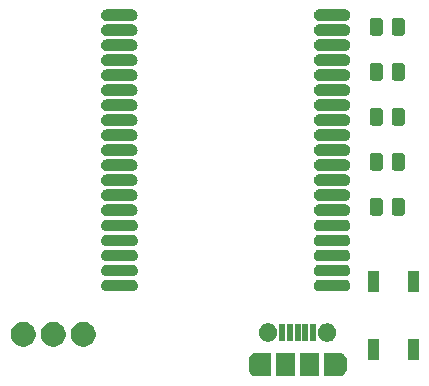
<source format=gbr>
G04 #@! TF.GenerationSoftware,KiCad,Pcbnew,(5.1.4)-1*
G04 #@! TF.CreationDate,2019-09-29T16:50:29-04:00*
G04 #@! TF.ProjectId,espDisp,65737044-6973-4702-9e6b-696361645f70,rev?*
G04 #@! TF.SameCoordinates,Original*
G04 #@! TF.FileFunction,Soldermask,Bot*
G04 #@! TF.FilePolarity,Negative*
%FSLAX46Y46*%
G04 Gerber Fmt 4.6, Leading zero omitted, Abs format (unit mm)*
G04 Created by KiCad (PCBNEW (5.1.4)-1) date 2019-09-29 16:50:29*
%MOMM*%
%LPD*%
G04 APERTURE LIST*
%ADD10C,0.100000*%
G04 APERTURE END LIST*
D10*
G36*
X75634501Y-63133957D02*
G01*
X75639451Y-63134200D01*
X76855800Y-63134200D01*
X76855800Y-65135800D01*
X75639451Y-65135800D01*
X75634501Y-65136043D01*
X75605000Y-65138948D01*
X75575499Y-65136043D01*
X75570549Y-65135800D01*
X75528152Y-65135800D01*
X75523026Y-65133060D01*
X75513553Y-65130186D01*
X75508650Y-65129459D01*
X75477422Y-65126384D01*
X75354742Y-65089169D01*
X75241688Y-65028740D01*
X75220992Y-65011755D01*
X75142589Y-64947411D01*
X75113294Y-64911715D01*
X75061262Y-64848314D01*
X75000831Y-64735257D01*
X74963616Y-64612577D01*
X74954200Y-64516967D01*
X74954200Y-63753032D01*
X74963617Y-63657417D01*
X75000830Y-63534747D01*
X75061263Y-63421685D01*
X75142590Y-63322589D01*
X75241686Y-63241262D01*
X75354743Y-63180831D01*
X75477423Y-63143616D01*
X75508650Y-63140541D01*
X75518360Y-63138610D01*
X75527506Y-63134821D01*
X75528436Y-63134200D01*
X75570549Y-63134200D01*
X75575499Y-63133957D01*
X75605000Y-63131052D01*
X75634501Y-63133957D01*
X75634501Y-63133957D01*
G37*
G36*
X82634501Y-63133957D02*
G01*
X82639451Y-63134200D01*
X82681848Y-63134200D01*
X82686974Y-63136940D01*
X82696447Y-63139814D01*
X82701350Y-63140541D01*
X82732577Y-63143616D01*
X82855257Y-63180831D01*
X82968314Y-63241262D01*
X83031715Y-63293294D01*
X83067411Y-63322589D01*
X83131755Y-63400992D01*
X83148740Y-63421688D01*
X83209169Y-63534742D01*
X83246384Y-63657422D01*
X83255800Y-63753032D01*
X83255800Y-64516968D01*
X83246384Y-64612578D01*
X83209169Y-64735258D01*
X83148738Y-64848315D01*
X83067411Y-64947411D01*
X82968315Y-65028738D01*
X82855258Y-65089169D01*
X82732578Y-65126384D01*
X82701350Y-65129459D01*
X82691640Y-65131390D01*
X82682494Y-65135179D01*
X82681564Y-65135800D01*
X82639451Y-65135800D01*
X82634501Y-65136043D01*
X82605000Y-65138948D01*
X82575499Y-65136043D01*
X82570549Y-65135800D01*
X81354200Y-65135800D01*
X81354200Y-63134200D01*
X82570549Y-63134200D01*
X82575499Y-63133957D01*
X82605000Y-63131052D01*
X82634501Y-63133957D01*
X82634501Y-63133957D01*
G37*
G36*
X80905800Y-65135800D02*
G01*
X79304200Y-65135800D01*
X79304200Y-63134200D01*
X80905800Y-63134200D01*
X80905800Y-65135800D01*
X80905800Y-65135800D01*
G37*
G36*
X78905800Y-65135800D02*
G01*
X77304200Y-65135800D01*
X77304200Y-63134200D01*
X78905800Y-63134200D01*
X78905800Y-65135800D01*
X78905800Y-65135800D01*
G37*
G36*
X85950800Y-63765800D02*
G01*
X85049200Y-63765800D01*
X85049200Y-61964200D01*
X85950800Y-61964200D01*
X85950800Y-63765800D01*
X85950800Y-63765800D01*
G37*
G36*
X89350800Y-63765800D02*
G01*
X88449200Y-63765800D01*
X88449200Y-61964200D01*
X89350800Y-61964200D01*
X89350800Y-63765800D01*
X89350800Y-63765800D01*
G37*
G36*
X61269424Y-60574966D02*
G01*
X61462477Y-60654931D01*
X61636221Y-60771023D01*
X61783977Y-60918779D01*
X61900069Y-61092523D01*
X61980034Y-61285576D01*
X62020800Y-61490520D01*
X62020800Y-61699480D01*
X61980034Y-61904424D01*
X61900069Y-62097477D01*
X61783977Y-62271221D01*
X61636221Y-62418977D01*
X61462477Y-62535069D01*
X61269424Y-62615034D01*
X61064480Y-62655800D01*
X60855520Y-62655800D01*
X60650576Y-62615034D01*
X60457523Y-62535069D01*
X60283779Y-62418977D01*
X60136023Y-62271221D01*
X60019931Y-62097477D01*
X59939966Y-61904424D01*
X59899200Y-61699480D01*
X59899200Y-61490520D01*
X59939966Y-61285576D01*
X60019931Y-61092523D01*
X60136023Y-60918779D01*
X60283779Y-60771023D01*
X60457523Y-60654931D01*
X60650576Y-60574966D01*
X60855520Y-60534200D01*
X61064480Y-60534200D01*
X61269424Y-60574966D01*
X61269424Y-60574966D01*
G37*
G36*
X58729424Y-60574966D02*
G01*
X58922477Y-60654931D01*
X59096221Y-60771023D01*
X59243977Y-60918779D01*
X59360069Y-61092523D01*
X59440034Y-61285576D01*
X59480800Y-61490520D01*
X59480800Y-61699480D01*
X59440034Y-61904424D01*
X59360069Y-62097477D01*
X59243977Y-62271221D01*
X59096221Y-62418977D01*
X58922477Y-62535069D01*
X58729424Y-62615034D01*
X58524480Y-62655800D01*
X58315520Y-62655800D01*
X58110576Y-62615034D01*
X57917523Y-62535069D01*
X57743779Y-62418977D01*
X57596023Y-62271221D01*
X57479931Y-62097477D01*
X57399966Y-61904424D01*
X57359200Y-61699480D01*
X57359200Y-61490520D01*
X57399966Y-61285576D01*
X57479931Y-61092523D01*
X57596023Y-60918779D01*
X57743779Y-60771023D01*
X57917523Y-60654931D01*
X58110576Y-60574966D01*
X58315520Y-60534200D01*
X58524480Y-60534200D01*
X58729424Y-60574966D01*
X58729424Y-60574966D01*
G37*
G36*
X56189424Y-60574966D02*
G01*
X56382477Y-60654931D01*
X56556221Y-60771023D01*
X56703977Y-60918779D01*
X56820069Y-61092523D01*
X56900034Y-61285576D01*
X56940800Y-61490520D01*
X56940800Y-61699480D01*
X56900034Y-61904424D01*
X56820069Y-62097477D01*
X56703977Y-62271221D01*
X56556221Y-62418977D01*
X56382477Y-62535069D01*
X56189424Y-62615034D01*
X55984480Y-62655800D01*
X55775520Y-62655800D01*
X55570576Y-62615034D01*
X55377523Y-62535069D01*
X55203779Y-62418977D01*
X55056023Y-62271221D01*
X54939931Y-62097477D01*
X54859966Y-61904424D01*
X54819200Y-61699480D01*
X54819200Y-61490520D01*
X54859966Y-61285576D01*
X54939931Y-61092523D01*
X55056023Y-60918779D01*
X55203779Y-60771023D01*
X55377523Y-60654931D01*
X55570576Y-60574966D01*
X55775520Y-60534200D01*
X55984480Y-60534200D01*
X56189424Y-60574966D01*
X56189424Y-60574966D01*
G37*
G36*
X76831293Y-60689013D02*
G01*
X76972479Y-60747495D01*
X77099544Y-60832397D01*
X77207603Y-60940456D01*
X77292505Y-61067521D01*
X77350987Y-61208707D01*
X77380800Y-61358590D01*
X77380800Y-61511410D01*
X77350987Y-61661293D01*
X77292505Y-61802479D01*
X77207603Y-61929544D01*
X77099544Y-62037603D01*
X76972479Y-62122505D01*
X76831293Y-62180987D01*
X76681410Y-62210800D01*
X76528590Y-62210800D01*
X76378707Y-62180987D01*
X76237521Y-62122505D01*
X76110456Y-62037603D01*
X76002397Y-61929544D01*
X75917495Y-61802479D01*
X75859013Y-61661293D01*
X75829200Y-61511410D01*
X75829200Y-61358590D01*
X75859013Y-61208707D01*
X75917495Y-61067521D01*
X76002397Y-60940456D01*
X76110456Y-60832397D01*
X76237521Y-60747495D01*
X76378707Y-60689013D01*
X76528590Y-60659200D01*
X76681410Y-60659200D01*
X76831293Y-60689013D01*
X76831293Y-60689013D01*
G37*
G36*
X81831293Y-60689013D02*
G01*
X81972479Y-60747495D01*
X82099544Y-60832397D01*
X82207603Y-60940456D01*
X82292505Y-61067521D01*
X82350987Y-61208707D01*
X82380800Y-61358590D01*
X82380800Y-61511410D01*
X82350987Y-61661293D01*
X82292505Y-61802479D01*
X82207603Y-61929544D01*
X82099544Y-62037603D01*
X81972479Y-62122505D01*
X81831293Y-62180987D01*
X81681410Y-62210800D01*
X81528590Y-62210800D01*
X81378707Y-62180987D01*
X81237521Y-62122505D01*
X81110456Y-62037603D01*
X81002397Y-61929544D01*
X80917495Y-61802479D01*
X80859013Y-61661293D01*
X80829200Y-61511410D01*
X80829200Y-61358590D01*
X80859013Y-61208707D01*
X80917495Y-61067521D01*
X81002397Y-60940456D01*
X81110456Y-60832397D01*
X81237521Y-60747495D01*
X81378707Y-60689013D01*
X81528590Y-60659200D01*
X81681410Y-60659200D01*
X81831293Y-60689013D01*
X81831293Y-60689013D01*
G37*
G36*
X80655800Y-62160800D02*
G01*
X80154200Y-62160800D01*
X80154200Y-60709200D01*
X80655800Y-60709200D01*
X80655800Y-62160800D01*
X80655800Y-62160800D01*
G37*
G36*
X80005800Y-62160800D02*
G01*
X79504200Y-62160800D01*
X79504200Y-60709200D01*
X80005800Y-60709200D01*
X80005800Y-62160800D01*
X80005800Y-62160800D01*
G37*
G36*
X79355800Y-62160800D02*
G01*
X78854200Y-62160800D01*
X78854200Y-60709200D01*
X79355800Y-60709200D01*
X79355800Y-62160800D01*
X79355800Y-62160800D01*
G37*
G36*
X78705800Y-62160800D02*
G01*
X78204200Y-62160800D01*
X78204200Y-60709200D01*
X78705800Y-60709200D01*
X78705800Y-62160800D01*
X78705800Y-62160800D01*
G37*
G36*
X78055800Y-62160800D02*
G01*
X77554200Y-62160800D01*
X77554200Y-60709200D01*
X78055800Y-60709200D01*
X78055800Y-62160800D01*
X78055800Y-62160800D01*
G37*
G36*
X89350800Y-58050800D02*
G01*
X88449200Y-58050800D01*
X88449200Y-56249200D01*
X89350800Y-56249200D01*
X89350800Y-58050800D01*
X89350800Y-58050800D01*
G37*
G36*
X85950800Y-58050800D02*
G01*
X85049200Y-58050800D01*
X85049200Y-56249200D01*
X85950800Y-56249200D01*
X85950800Y-58050800D01*
X85950800Y-58050800D01*
G37*
G36*
X83173174Y-56961446D02*
G01*
X83267575Y-56990083D01*
X83267578Y-56990084D01*
X83300321Y-57007586D01*
X83354576Y-57036585D01*
X83430832Y-57099168D01*
X83493415Y-57175424D01*
X83522414Y-57229679D01*
X83539916Y-57262422D01*
X83539917Y-57262425D01*
X83568554Y-57356826D01*
X83578223Y-57455000D01*
X83568554Y-57553174D01*
X83539917Y-57647575D01*
X83539916Y-57647578D01*
X83522414Y-57680321D01*
X83493415Y-57734576D01*
X83430832Y-57810832D01*
X83354576Y-57873415D01*
X83300321Y-57902414D01*
X83267578Y-57919916D01*
X83267575Y-57919917D01*
X83173174Y-57948554D01*
X83099602Y-57955800D01*
X80950398Y-57955800D01*
X80876826Y-57948554D01*
X80782425Y-57919917D01*
X80782422Y-57919916D01*
X80749679Y-57902414D01*
X80695424Y-57873415D01*
X80619168Y-57810832D01*
X80556585Y-57734576D01*
X80527586Y-57680321D01*
X80510084Y-57647578D01*
X80510083Y-57647575D01*
X80481446Y-57553174D01*
X80471777Y-57455000D01*
X80481446Y-57356826D01*
X80510083Y-57262425D01*
X80510084Y-57262422D01*
X80527586Y-57229679D01*
X80556585Y-57175424D01*
X80619168Y-57099168D01*
X80695424Y-57036585D01*
X80749679Y-57007586D01*
X80782422Y-56990084D01*
X80782425Y-56990083D01*
X80876826Y-56961446D01*
X80950398Y-56954200D01*
X83099602Y-56954200D01*
X83173174Y-56961446D01*
X83173174Y-56961446D01*
G37*
G36*
X65173174Y-56961446D02*
G01*
X65267575Y-56990083D01*
X65267578Y-56990084D01*
X65300321Y-57007586D01*
X65354576Y-57036585D01*
X65430832Y-57099168D01*
X65493415Y-57175424D01*
X65522414Y-57229679D01*
X65539916Y-57262422D01*
X65539917Y-57262425D01*
X65568554Y-57356826D01*
X65578223Y-57455000D01*
X65568554Y-57553174D01*
X65539917Y-57647575D01*
X65539916Y-57647578D01*
X65522414Y-57680321D01*
X65493415Y-57734576D01*
X65430832Y-57810832D01*
X65354576Y-57873415D01*
X65300321Y-57902414D01*
X65267578Y-57919916D01*
X65267575Y-57919917D01*
X65173174Y-57948554D01*
X65099602Y-57955800D01*
X62950398Y-57955800D01*
X62876826Y-57948554D01*
X62782425Y-57919917D01*
X62782422Y-57919916D01*
X62749679Y-57902414D01*
X62695424Y-57873415D01*
X62619168Y-57810832D01*
X62556585Y-57734576D01*
X62527586Y-57680321D01*
X62510084Y-57647578D01*
X62510083Y-57647575D01*
X62481446Y-57553174D01*
X62471777Y-57455000D01*
X62481446Y-57356826D01*
X62510083Y-57262425D01*
X62510084Y-57262422D01*
X62527586Y-57229679D01*
X62556585Y-57175424D01*
X62619168Y-57099168D01*
X62695424Y-57036585D01*
X62749679Y-57007586D01*
X62782422Y-56990084D01*
X62782425Y-56990083D01*
X62876826Y-56961446D01*
X62950398Y-56954200D01*
X65099602Y-56954200D01*
X65173174Y-56961446D01*
X65173174Y-56961446D01*
G37*
G36*
X83173174Y-55691446D02*
G01*
X83267575Y-55720083D01*
X83267578Y-55720084D01*
X83300321Y-55737586D01*
X83354576Y-55766585D01*
X83430832Y-55829168D01*
X83493415Y-55905424D01*
X83522414Y-55959679D01*
X83539916Y-55992422D01*
X83539917Y-55992425D01*
X83568554Y-56086826D01*
X83578223Y-56185000D01*
X83568554Y-56283174D01*
X83539917Y-56377575D01*
X83539916Y-56377578D01*
X83522414Y-56410321D01*
X83493415Y-56464576D01*
X83430832Y-56540832D01*
X83354576Y-56603415D01*
X83300321Y-56632414D01*
X83267578Y-56649916D01*
X83267575Y-56649917D01*
X83173174Y-56678554D01*
X83099602Y-56685800D01*
X80950398Y-56685800D01*
X80876826Y-56678554D01*
X80782425Y-56649917D01*
X80782422Y-56649916D01*
X80749679Y-56632414D01*
X80695424Y-56603415D01*
X80619168Y-56540832D01*
X80556585Y-56464576D01*
X80527586Y-56410321D01*
X80510084Y-56377578D01*
X80510083Y-56377575D01*
X80481446Y-56283174D01*
X80471777Y-56185000D01*
X80481446Y-56086826D01*
X80510083Y-55992425D01*
X80510084Y-55992422D01*
X80527586Y-55959679D01*
X80556585Y-55905424D01*
X80619168Y-55829168D01*
X80695424Y-55766585D01*
X80749679Y-55737586D01*
X80782422Y-55720084D01*
X80782425Y-55720083D01*
X80876826Y-55691446D01*
X80950398Y-55684200D01*
X83099602Y-55684200D01*
X83173174Y-55691446D01*
X83173174Y-55691446D01*
G37*
G36*
X65173174Y-55691446D02*
G01*
X65267575Y-55720083D01*
X65267578Y-55720084D01*
X65300321Y-55737586D01*
X65354576Y-55766585D01*
X65430832Y-55829168D01*
X65493415Y-55905424D01*
X65522414Y-55959679D01*
X65539916Y-55992422D01*
X65539917Y-55992425D01*
X65568554Y-56086826D01*
X65578223Y-56185000D01*
X65568554Y-56283174D01*
X65539917Y-56377575D01*
X65539916Y-56377578D01*
X65522414Y-56410321D01*
X65493415Y-56464576D01*
X65430832Y-56540832D01*
X65354576Y-56603415D01*
X65300321Y-56632414D01*
X65267578Y-56649916D01*
X65267575Y-56649917D01*
X65173174Y-56678554D01*
X65099602Y-56685800D01*
X62950398Y-56685800D01*
X62876826Y-56678554D01*
X62782425Y-56649917D01*
X62782422Y-56649916D01*
X62749679Y-56632414D01*
X62695424Y-56603415D01*
X62619168Y-56540832D01*
X62556585Y-56464576D01*
X62527586Y-56410321D01*
X62510084Y-56377578D01*
X62510083Y-56377575D01*
X62481446Y-56283174D01*
X62471777Y-56185000D01*
X62481446Y-56086826D01*
X62510083Y-55992425D01*
X62510084Y-55992422D01*
X62527586Y-55959679D01*
X62556585Y-55905424D01*
X62619168Y-55829168D01*
X62695424Y-55766585D01*
X62749679Y-55737586D01*
X62782422Y-55720084D01*
X62782425Y-55720083D01*
X62876826Y-55691446D01*
X62950398Y-55684200D01*
X65099602Y-55684200D01*
X65173174Y-55691446D01*
X65173174Y-55691446D01*
G37*
G36*
X83173174Y-54421446D02*
G01*
X83267575Y-54450083D01*
X83267578Y-54450084D01*
X83300321Y-54467586D01*
X83354576Y-54496585D01*
X83430832Y-54559168D01*
X83493415Y-54635424D01*
X83522414Y-54689679D01*
X83539916Y-54722422D01*
X83539917Y-54722425D01*
X83568554Y-54816826D01*
X83578223Y-54915000D01*
X83568554Y-55013174D01*
X83539917Y-55107575D01*
X83539916Y-55107578D01*
X83522414Y-55140321D01*
X83493415Y-55194576D01*
X83430832Y-55270832D01*
X83354576Y-55333415D01*
X83300321Y-55362414D01*
X83267578Y-55379916D01*
X83267575Y-55379917D01*
X83173174Y-55408554D01*
X83099602Y-55415800D01*
X80950398Y-55415800D01*
X80876826Y-55408554D01*
X80782425Y-55379917D01*
X80782422Y-55379916D01*
X80749679Y-55362414D01*
X80695424Y-55333415D01*
X80619168Y-55270832D01*
X80556585Y-55194576D01*
X80527586Y-55140321D01*
X80510084Y-55107578D01*
X80510083Y-55107575D01*
X80481446Y-55013174D01*
X80471777Y-54915000D01*
X80481446Y-54816826D01*
X80510083Y-54722425D01*
X80510084Y-54722422D01*
X80527586Y-54689679D01*
X80556585Y-54635424D01*
X80619168Y-54559168D01*
X80695424Y-54496585D01*
X80749679Y-54467586D01*
X80782422Y-54450084D01*
X80782425Y-54450083D01*
X80876826Y-54421446D01*
X80950398Y-54414200D01*
X83099602Y-54414200D01*
X83173174Y-54421446D01*
X83173174Y-54421446D01*
G37*
G36*
X65173174Y-54421446D02*
G01*
X65267575Y-54450083D01*
X65267578Y-54450084D01*
X65300321Y-54467586D01*
X65354576Y-54496585D01*
X65430832Y-54559168D01*
X65493415Y-54635424D01*
X65522414Y-54689679D01*
X65539916Y-54722422D01*
X65539917Y-54722425D01*
X65568554Y-54816826D01*
X65578223Y-54915000D01*
X65568554Y-55013174D01*
X65539917Y-55107575D01*
X65539916Y-55107578D01*
X65522414Y-55140321D01*
X65493415Y-55194576D01*
X65430832Y-55270832D01*
X65354576Y-55333415D01*
X65300321Y-55362414D01*
X65267578Y-55379916D01*
X65267575Y-55379917D01*
X65173174Y-55408554D01*
X65099602Y-55415800D01*
X62950398Y-55415800D01*
X62876826Y-55408554D01*
X62782425Y-55379917D01*
X62782422Y-55379916D01*
X62749679Y-55362414D01*
X62695424Y-55333415D01*
X62619168Y-55270832D01*
X62556585Y-55194576D01*
X62527586Y-55140321D01*
X62510084Y-55107578D01*
X62510083Y-55107575D01*
X62481446Y-55013174D01*
X62471777Y-54915000D01*
X62481446Y-54816826D01*
X62510083Y-54722425D01*
X62510084Y-54722422D01*
X62527586Y-54689679D01*
X62556585Y-54635424D01*
X62619168Y-54559168D01*
X62695424Y-54496585D01*
X62749679Y-54467586D01*
X62782422Y-54450084D01*
X62782425Y-54450083D01*
X62876826Y-54421446D01*
X62950398Y-54414200D01*
X65099602Y-54414200D01*
X65173174Y-54421446D01*
X65173174Y-54421446D01*
G37*
G36*
X83173174Y-53151446D02*
G01*
X83267575Y-53180083D01*
X83267578Y-53180084D01*
X83300321Y-53197586D01*
X83354576Y-53226585D01*
X83430832Y-53289168D01*
X83493415Y-53365424D01*
X83522414Y-53419679D01*
X83539916Y-53452422D01*
X83539917Y-53452425D01*
X83568554Y-53546826D01*
X83578223Y-53645000D01*
X83568554Y-53743174D01*
X83539917Y-53837575D01*
X83539916Y-53837578D01*
X83522414Y-53870321D01*
X83493415Y-53924576D01*
X83430832Y-54000832D01*
X83354576Y-54063415D01*
X83300321Y-54092414D01*
X83267578Y-54109916D01*
X83267575Y-54109917D01*
X83173174Y-54138554D01*
X83099602Y-54145800D01*
X80950398Y-54145800D01*
X80876826Y-54138554D01*
X80782425Y-54109917D01*
X80782422Y-54109916D01*
X80749679Y-54092414D01*
X80695424Y-54063415D01*
X80619168Y-54000832D01*
X80556585Y-53924576D01*
X80527586Y-53870321D01*
X80510084Y-53837578D01*
X80510083Y-53837575D01*
X80481446Y-53743174D01*
X80471777Y-53645000D01*
X80481446Y-53546826D01*
X80510083Y-53452425D01*
X80510084Y-53452422D01*
X80527586Y-53419679D01*
X80556585Y-53365424D01*
X80619168Y-53289168D01*
X80695424Y-53226585D01*
X80749679Y-53197586D01*
X80782422Y-53180084D01*
X80782425Y-53180083D01*
X80876826Y-53151446D01*
X80950398Y-53144200D01*
X83099602Y-53144200D01*
X83173174Y-53151446D01*
X83173174Y-53151446D01*
G37*
G36*
X65173174Y-53151446D02*
G01*
X65267575Y-53180083D01*
X65267578Y-53180084D01*
X65300321Y-53197586D01*
X65354576Y-53226585D01*
X65430832Y-53289168D01*
X65493415Y-53365424D01*
X65522414Y-53419679D01*
X65539916Y-53452422D01*
X65539917Y-53452425D01*
X65568554Y-53546826D01*
X65578223Y-53645000D01*
X65568554Y-53743174D01*
X65539917Y-53837575D01*
X65539916Y-53837578D01*
X65522414Y-53870321D01*
X65493415Y-53924576D01*
X65430832Y-54000832D01*
X65354576Y-54063415D01*
X65300321Y-54092414D01*
X65267578Y-54109916D01*
X65267575Y-54109917D01*
X65173174Y-54138554D01*
X65099602Y-54145800D01*
X62950398Y-54145800D01*
X62876826Y-54138554D01*
X62782425Y-54109917D01*
X62782422Y-54109916D01*
X62749679Y-54092414D01*
X62695424Y-54063415D01*
X62619168Y-54000832D01*
X62556585Y-53924576D01*
X62527586Y-53870321D01*
X62510084Y-53837578D01*
X62510083Y-53837575D01*
X62481446Y-53743174D01*
X62471777Y-53645000D01*
X62481446Y-53546826D01*
X62510083Y-53452425D01*
X62510084Y-53452422D01*
X62527586Y-53419679D01*
X62556585Y-53365424D01*
X62619168Y-53289168D01*
X62695424Y-53226585D01*
X62749679Y-53197586D01*
X62782422Y-53180084D01*
X62782425Y-53180083D01*
X62876826Y-53151446D01*
X62950398Y-53144200D01*
X65099602Y-53144200D01*
X65173174Y-53151446D01*
X65173174Y-53151446D01*
G37*
G36*
X65173174Y-51881446D02*
G01*
X65267575Y-51910083D01*
X65267578Y-51910084D01*
X65300321Y-51927586D01*
X65354576Y-51956585D01*
X65430832Y-52019168D01*
X65493415Y-52095424D01*
X65522414Y-52149679D01*
X65539916Y-52182422D01*
X65539917Y-52182425D01*
X65568554Y-52276826D01*
X65578223Y-52375000D01*
X65568554Y-52473174D01*
X65539917Y-52567575D01*
X65539916Y-52567578D01*
X65522414Y-52600321D01*
X65493415Y-52654576D01*
X65430832Y-52730832D01*
X65354576Y-52793415D01*
X65300321Y-52822414D01*
X65267578Y-52839916D01*
X65267575Y-52839917D01*
X65173174Y-52868554D01*
X65099602Y-52875800D01*
X62950398Y-52875800D01*
X62876826Y-52868554D01*
X62782425Y-52839917D01*
X62782422Y-52839916D01*
X62749679Y-52822414D01*
X62695424Y-52793415D01*
X62619168Y-52730832D01*
X62556585Y-52654576D01*
X62527586Y-52600321D01*
X62510084Y-52567578D01*
X62510083Y-52567575D01*
X62481446Y-52473174D01*
X62471777Y-52375000D01*
X62481446Y-52276826D01*
X62510083Y-52182425D01*
X62510084Y-52182422D01*
X62527586Y-52149679D01*
X62556585Y-52095424D01*
X62619168Y-52019168D01*
X62695424Y-51956585D01*
X62749679Y-51927586D01*
X62782422Y-51910084D01*
X62782425Y-51910083D01*
X62876826Y-51881446D01*
X62950398Y-51874200D01*
X65099602Y-51874200D01*
X65173174Y-51881446D01*
X65173174Y-51881446D01*
G37*
G36*
X83173174Y-51881446D02*
G01*
X83267575Y-51910083D01*
X83267578Y-51910084D01*
X83300321Y-51927586D01*
X83354576Y-51956585D01*
X83430832Y-52019168D01*
X83493415Y-52095424D01*
X83522414Y-52149679D01*
X83539916Y-52182422D01*
X83539917Y-52182425D01*
X83568554Y-52276826D01*
X83578223Y-52375000D01*
X83568554Y-52473174D01*
X83539917Y-52567575D01*
X83539916Y-52567578D01*
X83522414Y-52600321D01*
X83493415Y-52654576D01*
X83430832Y-52730832D01*
X83354576Y-52793415D01*
X83300321Y-52822414D01*
X83267578Y-52839916D01*
X83267575Y-52839917D01*
X83173174Y-52868554D01*
X83099602Y-52875800D01*
X80950398Y-52875800D01*
X80876826Y-52868554D01*
X80782425Y-52839917D01*
X80782422Y-52839916D01*
X80749679Y-52822414D01*
X80695424Y-52793415D01*
X80619168Y-52730832D01*
X80556585Y-52654576D01*
X80527586Y-52600321D01*
X80510084Y-52567578D01*
X80510083Y-52567575D01*
X80481446Y-52473174D01*
X80471777Y-52375000D01*
X80481446Y-52276826D01*
X80510083Y-52182425D01*
X80510084Y-52182422D01*
X80527586Y-52149679D01*
X80556585Y-52095424D01*
X80619168Y-52019168D01*
X80695424Y-51956585D01*
X80749679Y-51927586D01*
X80782422Y-51910084D01*
X80782425Y-51910083D01*
X80876826Y-51881446D01*
X80950398Y-51874200D01*
X83099602Y-51874200D01*
X83173174Y-51881446D01*
X83173174Y-51881446D01*
G37*
G36*
X83173174Y-50581446D02*
G01*
X83267575Y-50610083D01*
X83267578Y-50610084D01*
X83300321Y-50627586D01*
X83354576Y-50656585D01*
X83430832Y-50719168D01*
X83493415Y-50795424D01*
X83522414Y-50849679D01*
X83539916Y-50882422D01*
X83539917Y-50882425D01*
X83568554Y-50976826D01*
X83578223Y-51075000D01*
X83568554Y-51173174D01*
X83539917Y-51267575D01*
X83539916Y-51267578D01*
X83532394Y-51281650D01*
X83493415Y-51354576D01*
X83430832Y-51430832D01*
X83354576Y-51493415D01*
X83300321Y-51522414D01*
X83267578Y-51539916D01*
X83267575Y-51539917D01*
X83173174Y-51568554D01*
X83099602Y-51575800D01*
X80950398Y-51575800D01*
X80876826Y-51568554D01*
X80782425Y-51539917D01*
X80782422Y-51539916D01*
X80749679Y-51522414D01*
X80695424Y-51493415D01*
X80619168Y-51430832D01*
X80556585Y-51354576D01*
X80517606Y-51281650D01*
X80510084Y-51267578D01*
X80510083Y-51267575D01*
X80481446Y-51173174D01*
X80471777Y-51075000D01*
X80481446Y-50976826D01*
X80510083Y-50882425D01*
X80510084Y-50882422D01*
X80527586Y-50849679D01*
X80556585Y-50795424D01*
X80619168Y-50719168D01*
X80695424Y-50656585D01*
X80749679Y-50627586D01*
X80782422Y-50610084D01*
X80782425Y-50610083D01*
X80876826Y-50581446D01*
X80950398Y-50574200D01*
X83099602Y-50574200D01*
X83173174Y-50581446D01*
X83173174Y-50581446D01*
G37*
G36*
X65143174Y-50581446D02*
G01*
X65237575Y-50610083D01*
X65237578Y-50610084D01*
X65270321Y-50627586D01*
X65324576Y-50656585D01*
X65400832Y-50719168D01*
X65463415Y-50795424D01*
X65492414Y-50849679D01*
X65509916Y-50882422D01*
X65509917Y-50882425D01*
X65538554Y-50976826D01*
X65548223Y-51075000D01*
X65538554Y-51173174D01*
X65509917Y-51267575D01*
X65509916Y-51267578D01*
X65502394Y-51281650D01*
X65463415Y-51354576D01*
X65400832Y-51430832D01*
X65324576Y-51493415D01*
X65270321Y-51522414D01*
X65237578Y-51539916D01*
X65237575Y-51539917D01*
X65143174Y-51568554D01*
X65069602Y-51575800D01*
X62920398Y-51575800D01*
X62846826Y-51568554D01*
X62752425Y-51539917D01*
X62752422Y-51539916D01*
X62719679Y-51522414D01*
X62665424Y-51493415D01*
X62589168Y-51430832D01*
X62526585Y-51354576D01*
X62487606Y-51281650D01*
X62480084Y-51267578D01*
X62480083Y-51267575D01*
X62451446Y-51173174D01*
X62441777Y-51075000D01*
X62451446Y-50976826D01*
X62480083Y-50882425D01*
X62480084Y-50882422D01*
X62497586Y-50849679D01*
X62526585Y-50795424D01*
X62589168Y-50719168D01*
X62665424Y-50656585D01*
X62719679Y-50627586D01*
X62752422Y-50610084D01*
X62752425Y-50610083D01*
X62846826Y-50581446D01*
X62920398Y-50574200D01*
X65069602Y-50574200D01*
X65143174Y-50581446D01*
X65143174Y-50581446D01*
G37*
G36*
X87971433Y-50054126D02*
G01*
X88017146Y-50067993D01*
X88059265Y-50090506D01*
X88096191Y-50120809D01*
X88126494Y-50157735D01*
X88149007Y-50199854D01*
X88162874Y-50245567D01*
X88167800Y-50295583D01*
X88167800Y-51304417D01*
X88162874Y-51354433D01*
X88149007Y-51400146D01*
X88126494Y-51442265D01*
X88096191Y-51479191D01*
X88059265Y-51509494D01*
X88017146Y-51532007D01*
X87971433Y-51545874D01*
X87921417Y-51550800D01*
X87337583Y-51550800D01*
X87287567Y-51545874D01*
X87241854Y-51532007D01*
X87199735Y-51509494D01*
X87162809Y-51479191D01*
X87132506Y-51442265D01*
X87109993Y-51400146D01*
X87096126Y-51354433D01*
X87091200Y-51304417D01*
X87091200Y-50295583D01*
X87096126Y-50245567D01*
X87109993Y-50199854D01*
X87132506Y-50157735D01*
X87162809Y-50120809D01*
X87199735Y-50090506D01*
X87241854Y-50067993D01*
X87287567Y-50054126D01*
X87337583Y-50049200D01*
X87921417Y-50049200D01*
X87971433Y-50054126D01*
X87971433Y-50054126D01*
G37*
G36*
X86096433Y-50054126D02*
G01*
X86142146Y-50067993D01*
X86184265Y-50090506D01*
X86221191Y-50120809D01*
X86251494Y-50157735D01*
X86274007Y-50199854D01*
X86287874Y-50245567D01*
X86292800Y-50295583D01*
X86292800Y-51304417D01*
X86287874Y-51354433D01*
X86274007Y-51400146D01*
X86251494Y-51442265D01*
X86221191Y-51479191D01*
X86184265Y-51509494D01*
X86142146Y-51532007D01*
X86096433Y-51545874D01*
X86046417Y-51550800D01*
X85462583Y-51550800D01*
X85412567Y-51545874D01*
X85366854Y-51532007D01*
X85324735Y-51509494D01*
X85287809Y-51479191D01*
X85257506Y-51442265D01*
X85234993Y-51400146D01*
X85221126Y-51354433D01*
X85216200Y-51304417D01*
X85216200Y-50295583D01*
X85221126Y-50245567D01*
X85234993Y-50199854D01*
X85257506Y-50157735D01*
X85287809Y-50120809D01*
X85324735Y-50090506D01*
X85366854Y-50067993D01*
X85412567Y-50054126D01*
X85462583Y-50049200D01*
X86046417Y-50049200D01*
X86096433Y-50054126D01*
X86096433Y-50054126D01*
G37*
G36*
X65143174Y-49311446D02*
G01*
X65237575Y-49340083D01*
X65237578Y-49340084D01*
X65270321Y-49357586D01*
X65324576Y-49386585D01*
X65400832Y-49449168D01*
X65463415Y-49525424D01*
X65492414Y-49579679D01*
X65509916Y-49612422D01*
X65509917Y-49612425D01*
X65538554Y-49706826D01*
X65548223Y-49805000D01*
X65538554Y-49903174D01*
X65509917Y-49997575D01*
X65509916Y-49997578D01*
X65492414Y-50030321D01*
X65463415Y-50084576D01*
X65400832Y-50160832D01*
X65324576Y-50223415D01*
X65270321Y-50252414D01*
X65237578Y-50269916D01*
X65237575Y-50269917D01*
X65143174Y-50298554D01*
X65069602Y-50305800D01*
X62920398Y-50305800D01*
X62846826Y-50298554D01*
X62752425Y-50269917D01*
X62752422Y-50269916D01*
X62719679Y-50252414D01*
X62665424Y-50223415D01*
X62589168Y-50160832D01*
X62526585Y-50084576D01*
X62497586Y-50030321D01*
X62480084Y-49997578D01*
X62480083Y-49997575D01*
X62451446Y-49903174D01*
X62441777Y-49805000D01*
X62451446Y-49706826D01*
X62480083Y-49612425D01*
X62480084Y-49612422D01*
X62497586Y-49579679D01*
X62526585Y-49525424D01*
X62589168Y-49449168D01*
X62665424Y-49386585D01*
X62719679Y-49357586D01*
X62752422Y-49340084D01*
X62752425Y-49340083D01*
X62846826Y-49311446D01*
X62920398Y-49304200D01*
X65069602Y-49304200D01*
X65143174Y-49311446D01*
X65143174Y-49311446D01*
G37*
G36*
X83173174Y-49311446D02*
G01*
X83267575Y-49340083D01*
X83267578Y-49340084D01*
X83300321Y-49357586D01*
X83354576Y-49386585D01*
X83430832Y-49449168D01*
X83493415Y-49525424D01*
X83522414Y-49579679D01*
X83539916Y-49612422D01*
X83539917Y-49612425D01*
X83568554Y-49706826D01*
X83578223Y-49805000D01*
X83568554Y-49903174D01*
X83539917Y-49997575D01*
X83539916Y-49997578D01*
X83522414Y-50030321D01*
X83493415Y-50084576D01*
X83430832Y-50160832D01*
X83354576Y-50223415D01*
X83300321Y-50252414D01*
X83267578Y-50269916D01*
X83267575Y-50269917D01*
X83173174Y-50298554D01*
X83099602Y-50305800D01*
X80950398Y-50305800D01*
X80876826Y-50298554D01*
X80782425Y-50269917D01*
X80782422Y-50269916D01*
X80749679Y-50252414D01*
X80695424Y-50223415D01*
X80619168Y-50160832D01*
X80556585Y-50084576D01*
X80527586Y-50030321D01*
X80510084Y-49997578D01*
X80510083Y-49997575D01*
X80481446Y-49903174D01*
X80471777Y-49805000D01*
X80481446Y-49706826D01*
X80510083Y-49612425D01*
X80510084Y-49612422D01*
X80527586Y-49579679D01*
X80556585Y-49525424D01*
X80619168Y-49449168D01*
X80695424Y-49386585D01*
X80749679Y-49357586D01*
X80782422Y-49340084D01*
X80782425Y-49340083D01*
X80876826Y-49311446D01*
X80950398Y-49304200D01*
X83099602Y-49304200D01*
X83173174Y-49311446D01*
X83173174Y-49311446D01*
G37*
G36*
X65143174Y-48041446D02*
G01*
X65237575Y-48070083D01*
X65237578Y-48070084D01*
X65270321Y-48087586D01*
X65324576Y-48116585D01*
X65400832Y-48179168D01*
X65463415Y-48255424D01*
X65492414Y-48309679D01*
X65509916Y-48342422D01*
X65509917Y-48342425D01*
X65538554Y-48436826D01*
X65548223Y-48535000D01*
X65538554Y-48633174D01*
X65509917Y-48727575D01*
X65509916Y-48727578D01*
X65492414Y-48760321D01*
X65463415Y-48814576D01*
X65400832Y-48890832D01*
X65324576Y-48953415D01*
X65270321Y-48982414D01*
X65237578Y-48999916D01*
X65237575Y-48999917D01*
X65143174Y-49028554D01*
X65069602Y-49035800D01*
X62920398Y-49035800D01*
X62846826Y-49028554D01*
X62752425Y-48999917D01*
X62752422Y-48999916D01*
X62719679Y-48982414D01*
X62665424Y-48953415D01*
X62589168Y-48890832D01*
X62526585Y-48814576D01*
X62497586Y-48760321D01*
X62480084Y-48727578D01*
X62480083Y-48727575D01*
X62451446Y-48633174D01*
X62441777Y-48535000D01*
X62451446Y-48436826D01*
X62480083Y-48342425D01*
X62480084Y-48342422D01*
X62497586Y-48309679D01*
X62526585Y-48255424D01*
X62589168Y-48179168D01*
X62665424Y-48116585D01*
X62719679Y-48087586D01*
X62752422Y-48070084D01*
X62752425Y-48070083D01*
X62846826Y-48041446D01*
X62920398Y-48034200D01*
X65069602Y-48034200D01*
X65143174Y-48041446D01*
X65143174Y-48041446D01*
G37*
G36*
X83173174Y-48041446D02*
G01*
X83267575Y-48070083D01*
X83267578Y-48070084D01*
X83300321Y-48087586D01*
X83354576Y-48116585D01*
X83430832Y-48179168D01*
X83493415Y-48255424D01*
X83522414Y-48309679D01*
X83539916Y-48342422D01*
X83539917Y-48342425D01*
X83568554Y-48436826D01*
X83578223Y-48535000D01*
X83568554Y-48633174D01*
X83539917Y-48727575D01*
X83539916Y-48727578D01*
X83522414Y-48760321D01*
X83493415Y-48814576D01*
X83430832Y-48890832D01*
X83354576Y-48953415D01*
X83300321Y-48982414D01*
X83267578Y-48999916D01*
X83267575Y-48999917D01*
X83173174Y-49028554D01*
X83099602Y-49035800D01*
X80950398Y-49035800D01*
X80876826Y-49028554D01*
X80782425Y-48999917D01*
X80782422Y-48999916D01*
X80749679Y-48982414D01*
X80695424Y-48953415D01*
X80619168Y-48890832D01*
X80556585Y-48814576D01*
X80527586Y-48760321D01*
X80510084Y-48727578D01*
X80510083Y-48727575D01*
X80481446Y-48633174D01*
X80471777Y-48535000D01*
X80481446Y-48436826D01*
X80510083Y-48342425D01*
X80510084Y-48342422D01*
X80527586Y-48309679D01*
X80556585Y-48255424D01*
X80619168Y-48179168D01*
X80695424Y-48116585D01*
X80749679Y-48087586D01*
X80782422Y-48070084D01*
X80782425Y-48070083D01*
X80876826Y-48041446D01*
X80950398Y-48034200D01*
X83099602Y-48034200D01*
X83173174Y-48041446D01*
X83173174Y-48041446D01*
G37*
G36*
X83173174Y-46771446D02*
G01*
X83267575Y-46800083D01*
X83267578Y-46800084D01*
X83300321Y-46817586D01*
X83354576Y-46846585D01*
X83430832Y-46909168D01*
X83493415Y-46985424D01*
X83522414Y-47039679D01*
X83539916Y-47072422D01*
X83539917Y-47072425D01*
X83568554Y-47166826D01*
X83578223Y-47265000D01*
X83568554Y-47363174D01*
X83539917Y-47457575D01*
X83539916Y-47457578D01*
X83532394Y-47471650D01*
X83493415Y-47544576D01*
X83430832Y-47620832D01*
X83354576Y-47683415D01*
X83300321Y-47712414D01*
X83267578Y-47729916D01*
X83267575Y-47729917D01*
X83173174Y-47758554D01*
X83099602Y-47765800D01*
X80950398Y-47765800D01*
X80876826Y-47758554D01*
X80782425Y-47729917D01*
X80782422Y-47729916D01*
X80749679Y-47712414D01*
X80695424Y-47683415D01*
X80619168Y-47620832D01*
X80556585Y-47544576D01*
X80517606Y-47471650D01*
X80510084Y-47457578D01*
X80510083Y-47457575D01*
X80481446Y-47363174D01*
X80471777Y-47265000D01*
X80481446Y-47166826D01*
X80510083Y-47072425D01*
X80510084Y-47072422D01*
X80527586Y-47039679D01*
X80556585Y-46985424D01*
X80619168Y-46909168D01*
X80695424Y-46846585D01*
X80749679Y-46817586D01*
X80782422Y-46800084D01*
X80782425Y-46800083D01*
X80876826Y-46771446D01*
X80950398Y-46764200D01*
X83099602Y-46764200D01*
X83173174Y-46771446D01*
X83173174Y-46771446D01*
G37*
G36*
X65143174Y-46771446D02*
G01*
X65237575Y-46800083D01*
X65237578Y-46800084D01*
X65270321Y-46817586D01*
X65324576Y-46846585D01*
X65400832Y-46909168D01*
X65463415Y-46985424D01*
X65492414Y-47039679D01*
X65509916Y-47072422D01*
X65509917Y-47072425D01*
X65538554Y-47166826D01*
X65548223Y-47265000D01*
X65538554Y-47363174D01*
X65509917Y-47457575D01*
X65509916Y-47457578D01*
X65502394Y-47471650D01*
X65463415Y-47544576D01*
X65400832Y-47620832D01*
X65324576Y-47683415D01*
X65270321Y-47712414D01*
X65237578Y-47729916D01*
X65237575Y-47729917D01*
X65143174Y-47758554D01*
X65069602Y-47765800D01*
X62920398Y-47765800D01*
X62846826Y-47758554D01*
X62752425Y-47729917D01*
X62752422Y-47729916D01*
X62719679Y-47712414D01*
X62665424Y-47683415D01*
X62589168Y-47620832D01*
X62526585Y-47544576D01*
X62487606Y-47471650D01*
X62480084Y-47457578D01*
X62480083Y-47457575D01*
X62451446Y-47363174D01*
X62441777Y-47265000D01*
X62451446Y-47166826D01*
X62480083Y-47072425D01*
X62480084Y-47072422D01*
X62497586Y-47039679D01*
X62526585Y-46985424D01*
X62589168Y-46909168D01*
X62665424Y-46846585D01*
X62719679Y-46817586D01*
X62752422Y-46800084D01*
X62752425Y-46800083D01*
X62846826Y-46771446D01*
X62920398Y-46764200D01*
X65069602Y-46764200D01*
X65143174Y-46771446D01*
X65143174Y-46771446D01*
G37*
G36*
X87971433Y-46244126D02*
G01*
X88017146Y-46257993D01*
X88059265Y-46280506D01*
X88096191Y-46310809D01*
X88126494Y-46347735D01*
X88149007Y-46389854D01*
X88162874Y-46435567D01*
X88167800Y-46485583D01*
X88167800Y-47494417D01*
X88162874Y-47544433D01*
X88149007Y-47590146D01*
X88126494Y-47632265D01*
X88096191Y-47669191D01*
X88059265Y-47699494D01*
X88017146Y-47722007D01*
X87971433Y-47735874D01*
X87921417Y-47740800D01*
X87337583Y-47740800D01*
X87287567Y-47735874D01*
X87241854Y-47722007D01*
X87199735Y-47699494D01*
X87162809Y-47669191D01*
X87132506Y-47632265D01*
X87109993Y-47590146D01*
X87096126Y-47544433D01*
X87091200Y-47494417D01*
X87091200Y-46485583D01*
X87096126Y-46435567D01*
X87109993Y-46389854D01*
X87132506Y-46347735D01*
X87162809Y-46310809D01*
X87199735Y-46280506D01*
X87241854Y-46257993D01*
X87287567Y-46244126D01*
X87337583Y-46239200D01*
X87921417Y-46239200D01*
X87971433Y-46244126D01*
X87971433Y-46244126D01*
G37*
G36*
X86096433Y-46244126D02*
G01*
X86142146Y-46257993D01*
X86184265Y-46280506D01*
X86221191Y-46310809D01*
X86251494Y-46347735D01*
X86274007Y-46389854D01*
X86287874Y-46435567D01*
X86292800Y-46485583D01*
X86292800Y-47494417D01*
X86287874Y-47544433D01*
X86274007Y-47590146D01*
X86251494Y-47632265D01*
X86221191Y-47669191D01*
X86184265Y-47699494D01*
X86142146Y-47722007D01*
X86096433Y-47735874D01*
X86046417Y-47740800D01*
X85462583Y-47740800D01*
X85412567Y-47735874D01*
X85366854Y-47722007D01*
X85324735Y-47699494D01*
X85287809Y-47669191D01*
X85257506Y-47632265D01*
X85234993Y-47590146D01*
X85221126Y-47544433D01*
X85216200Y-47494417D01*
X85216200Y-46485583D01*
X85221126Y-46435567D01*
X85234993Y-46389854D01*
X85257506Y-46347735D01*
X85287809Y-46310809D01*
X85324735Y-46280506D01*
X85366854Y-46257993D01*
X85412567Y-46244126D01*
X85462583Y-46239200D01*
X86046417Y-46239200D01*
X86096433Y-46244126D01*
X86096433Y-46244126D01*
G37*
G36*
X83173174Y-45501446D02*
G01*
X83267575Y-45530083D01*
X83267578Y-45530084D01*
X83300321Y-45547586D01*
X83354576Y-45576585D01*
X83430832Y-45639168D01*
X83493415Y-45715424D01*
X83522414Y-45769679D01*
X83539916Y-45802422D01*
X83539917Y-45802425D01*
X83568554Y-45896826D01*
X83578223Y-45995000D01*
X83568554Y-46093174D01*
X83539917Y-46187575D01*
X83539916Y-46187578D01*
X83522414Y-46220321D01*
X83493415Y-46274576D01*
X83430832Y-46350832D01*
X83354576Y-46413415D01*
X83300321Y-46442414D01*
X83267578Y-46459916D01*
X83267575Y-46459917D01*
X83173174Y-46488554D01*
X83099602Y-46495800D01*
X80950398Y-46495800D01*
X80876826Y-46488554D01*
X80782425Y-46459917D01*
X80782422Y-46459916D01*
X80749679Y-46442414D01*
X80695424Y-46413415D01*
X80619168Y-46350832D01*
X80556585Y-46274576D01*
X80527586Y-46220321D01*
X80510084Y-46187578D01*
X80510083Y-46187575D01*
X80481446Y-46093174D01*
X80471777Y-45995000D01*
X80481446Y-45896826D01*
X80510083Y-45802425D01*
X80510084Y-45802422D01*
X80527586Y-45769679D01*
X80556585Y-45715424D01*
X80619168Y-45639168D01*
X80695424Y-45576585D01*
X80749679Y-45547586D01*
X80782422Y-45530084D01*
X80782425Y-45530083D01*
X80876826Y-45501446D01*
X80950398Y-45494200D01*
X83099602Y-45494200D01*
X83173174Y-45501446D01*
X83173174Y-45501446D01*
G37*
G36*
X65143174Y-45501446D02*
G01*
X65237575Y-45530083D01*
X65237578Y-45530084D01*
X65270321Y-45547586D01*
X65324576Y-45576585D01*
X65400832Y-45639168D01*
X65463415Y-45715424D01*
X65492414Y-45769679D01*
X65509916Y-45802422D01*
X65509917Y-45802425D01*
X65538554Y-45896826D01*
X65548223Y-45995000D01*
X65538554Y-46093174D01*
X65509917Y-46187575D01*
X65509916Y-46187578D01*
X65492414Y-46220321D01*
X65463415Y-46274576D01*
X65400832Y-46350832D01*
X65324576Y-46413415D01*
X65270321Y-46442414D01*
X65237578Y-46459916D01*
X65237575Y-46459917D01*
X65143174Y-46488554D01*
X65069602Y-46495800D01*
X62920398Y-46495800D01*
X62846826Y-46488554D01*
X62752425Y-46459917D01*
X62752422Y-46459916D01*
X62719679Y-46442414D01*
X62665424Y-46413415D01*
X62589168Y-46350832D01*
X62526585Y-46274576D01*
X62497586Y-46220321D01*
X62480084Y-46187578D01*
X62480083Y-46187575D01*
X62451446Y-46093174D01*
X62441777Y-45995000D01*
X62451446Y-45896826D01*
X62480083Y-45802425D01*
X62480084Y-45802422D01*
X62497586Y-45769679D01*
X62526585Y-45715424D01*
X62589168Y-45639168D01*
X62665424Y-45576585D01*
X62719679Y-45547586D01*
X62752422Y-45530084D01*
X62752425Y-45530083D01*
X62846826Y-45501446D01*
X62920398Y-45494200D01*
X65069602Y-45494200D01*
X65143174Y-45501446D01*
X65143174Y-45501446D01*
G37*
G36*
X65143174Y-44231446D02*
G01*
X65237575Y-44260083D01*
X65237578Y-44260084D01*
X65270321Y-44277586D01*
X65324576Y-44306585D01*
X65400832Y-44369168D01*
X65463415Y-44445424D01*
X65492414Y-44499679D01*
X65509916Y-44532422D01*
X65509917Y-44532425D01*
X65538554Y-44626826D01*
X65548223Y-44725000D01*
X65538554Y-44823174D01*
X65509917Y-44917575D01*
X65509916Y-44917578D01*
X65492414Y-44950321D01*
X65463415Y-45004576D01*
X65400832Y-45080832D01*
X65324576Y-45143415D01*
X65270321Y-45172414D01*
X65237578Y-45189916D01*
X65237575Y-45189917D01*
X65143174Y-45218554D01*
X65069602Y-45225800D01*
X62920398Y-45225800D01*
X62846826Y-45218554D01*
X62752425Y-45189917D01*
X62752422Y-45189916D01*
X62719679Y-45172414D01*
X62665424Y-45143415D01*
X62589168Y-45080832D01*
X62526585Y-45004576D01*
X62497586Y-44950321D01*
X62480084Y-44917578D01*
X62480083Y-44917575D01*
X62451446Y-44823174D01*
X62441777Y-44725000D01*
X62451446Y-44626826D01*
X62480083Y-44532425D01*
X62480084Y-44532422D01*
X62497586Y-44499679D01*
X62526585Y-44445424D01*
X62589168Y-44369168D01*
X62665424Y-44306585D01*
X62719679Y-44277586D01*
X62752422Y-44260084D01*
X62752425Y-44260083D01*
X62846826Y-44231446D01*
X62920398Y-44224200D01*
X65069602Y-44224200D01*
X65143174Y-44231446D01*
X65143174Y-44231446D01*
G37*
G36*
X83173174Y-44231446D02*
G01*
X83267575Y-44260083D01*
X83267578Y-44260084D01*
X83300321Y-44277586D01*
X83354576Y-44306585D01*
X83430832Y-44369168D01*
X83493415Y-44445424D01*
X83522414Y-44499679D01*
X83539916Y-44532422D01*
X83539917Y-44532425D01*
X83568554Y-44626826D01*
X83578223Y-44725000D01*
X83568554Y-44823174D01*
X83539917Y-44917575D01*
X83539916Y-44917578D01*
X83522414Y-44950321D01*
X83493415Y-45004576D01*
X83430832Y-45080832D01*
X83354576Y-45143415D01*
X83300321Y-45172414D01*
X83267578Y-45189916D01*
X83267575Y-45189917D01*
X83173174Y-45218554D01*
X83099602Y-45225800D01*
X80950398Y-45225800D01*
X80876826Y-45218554D01*
X80782425Y-45189917D01*
X80782422Y-45189916D01*
X80749679Y-45172414D01*
X80695424Y-45143415D01*
X80619168Y-45080832D01*
X80556585Y-45004576D01*
X80527586Y-44950321D01*
X80510084Y-44917578D01*
X80510083Y-44917575D01*
X80481446Y-44823174D01*
X80471777Y-44725000D01*
X80481446Y-44626826D01*
X80510083Y-44532425D01*
X80510084Y-44532422D01*
X80527586Y-44499679D01*
X80556585Y-44445424D01*
X80619168Y-44369168D01*
X80695424Y-44306585D01*
X80749679Y-44277586D01*
X80782422Y-44260084D01*
X80782425Y-44260083D01*
X80876826Y-44231446D01*
X80950398Y-44224200D01*
X83099602Y-44224200D01*
X83173174Y-44231446D01*
X83173174Y-44231446D01*
G37*
G36*
X65143174Y-42961446D02*
G01*
X65237575Y-42990083D01*
X65237578Y-42990084D01*
X65270321Y-43007586D01*
X65324576Y-43036585D01*
X65400832Y-43099168D01*
X65463415Y-43175424D01*
X65492414Y-43229679D01*
X65509916Y-43262422D01*
X65509917Y-43262425D01*
X65538554Y-43356826D01*
X65548223Y-43455000D01*
X65538554Y-43553174D01*
X65509917Y-43647575D01*
X65509916Y-43647578D01*
X65502394Y-43661650D01*
X65463415Y-43734576D01*
X65400832Y-43810832D01*
X65324576Y-43873415D01*
X65270321Y-43902414D01*
X65237578Y-43919916D01*
X65237575Y-43919917D01*
X65143174Y-43948554D01*
X65069602Y-43955800D01*
X62920398Y-43955800D01*
X62846826Y-43948554D01*
X62752425Y-43919917D01*
X62752422Y-43919916D01*
X62719679Y-43902414D01*
X62665424Y-43873415D01*
X62589168Y-43810832D01*
X62526585Y-43734576D01*
X62487606Y-43661650D01*
X62480084Y-43647578D01*
X62480083Y-43647575D01*
X62451446Y-43553174D01*
X62441777Y-43455000D01*
X62451446Y-43356826D01*
X62480083Y-43262425D01*
X62480084Y-43262422D01*
X62497586Y-43229679D01*
X62526585Y-43175424D01*
X62589168Y-43099168D01*
X62665424Y-43036585D01*
X62719679Y-43007586D01*
X62752422Y-42990084D01*
X62752425Y-42990083D01*
X62846826Y-42961446D01*
X62920398Y-42954200D01*
X65069602Y-42954200D01*
X65143174Y-42961446D01*
X65143174Y-42961446D01*
G37*
G36*
X83173174Y-42961446D02*
G01*
X83267575Y-42990083D01*
X83267578Y-42990084D01*
X83300321Y-43007586D01*
X83354576Y-43036585D01*
X83430832Y-43099168D01*
X83493415Y-43175424D01*
X83522414Y-43229679D01*
X83539916Y-43262422D01*
X83539917Y-43262425D01*
X83568554Y-43356826D01*
X83578223Y-43455000D01*
X83568554Y-43553174D01*
X83539917Y-43647575D01*
X83539916Y-43647578D01*
X83532394Y-43661650D01*
X83493415Y-43734576D01*
X83430832Y-43810832D01*
X83354576Y-43873415D01*
X83300321Y-43902414D01*
X83267578Y-43919916D01*
X83267575Y-43919917D01*
X83173174Y-43948554D01*
X83099602Y-43955800D01*
X80950398Y-43955800D01*
X80876826Y-43948554D01*
X80782425Y-43919917D01*
X80782422Y-43919916D01*
X80749679Y-43902414D01*
X80695424Y-43873415D01*
X80619168Y-43810832D01*
X80556585Y-43734576D01*
X80517606Y-43661650D01*
X80510084Y-43647578D01*
X80510083Y-43647575D01*
X80481446Y-43553174D01*
X80471777Y-43455000D01*
X80481446Y-43356826D01*
X80510083Y-43262425D01*
X80510084Y-43262422D01*
X80527586Y-43229679D01*
X80556585Y-43175424D01*
X80619168Y-43099168D01*
X80695424Y-43036585D01*
X80749679Y-43007586D01*
X80782422Y-42990084D01*
X80782425Y-42990083D01*
X80876826Y-42961446D01*
X80950398Y-42954200D01*
X83099602Y-42954200D01*
X83173174Y-42961446D01*
X83173174Y-42961446D01*
G37*
G36*
X87971433Y-42434126D02*
G01*
X88017146Y-42447993D01*
X88059265Y-42470506D01*
X88096191Y-42500809D01*
X88126494Y-42537735D01*
X88149007Y-42579854D01*
X88162874Y-42625567D01*
X88167800Y-42675583D01*
X88167800Y-43684417D01*
X88162874Y-43734433D01*
X88149007Y-43780146D01*
X88126494Y-43822265D01*
X88096191Y-43859191D01*
X88059265Y-43889494D01*
X88017146Y-43912007D01*
X87971433Y-43925874D01*
X87921417Y-43930800D01*
X87337583Y-43930800D01*
X87287567Y-43925874D01*
X87241854Y-43912007D01*
X87199735Y-43889494D01*
X87162809Y-43859191D01*
X87132506Y-43822265D01*
X87109993Y-43780146D01*
X87096126Y-43734433D01*
X87091200Y-43684417D01*
X87091200Y-42675583D01*
X87096126Y-42625567D01*
X87109993Y-42579854D01*
X87132506Y-42537735D01*
X87162809Y-42500809D01*
X87199735Y-42470506D01*
X87241854Y-42447993D01*
X87287567Y-42434126D01*
X87337583Y-42429200D01*
X87921417Y-42429200D01*
X87971433Y-42434126D01*
X87971433Y-42434126D01*
G37*
G36*
X86096433Y-42434126D02*
G01*
X86142146Y-42447993D01*
X86184265Y-42470506D01*
X86221191Y-42500809D01*
X86251494Y-42537735D01*
X86274007Y-42579854D01*
X86287874Y-42625567D01*
X86292800Y-42675583D01*
X86292800Y-43684417D01*
X86287874Y-43734433D01*
X86274007Y-43780146D01*
X86251494Y-43822265D01*
X86221191Y-43859191D01*
X86184265Y-43889494D01*
X86142146Y-43912007D01*
X86096433Y-43925874D01*
X86046417Y-43930800D01*
X85462583Y-43930800D01*
X85412567Y-43925874D01*
X85366854Y-43912007D01*
X85324735Y-43889494D01*
X85287809Y-43859191D01*
X85257506Y-43822265D01*
X85234993Y-43780146D01*
X85221126Y-43734433D01*
X85216200Y-43684417D01*
X85216200Y-42675583D01*
X85221126Y-42625567D01*
X85234993Y-42579854D01*
X85257506Y-42537735D01*
X85287809Y-42500809D01*
X85324735Y-42470506D01*
X85366854Y-42447993D01*
X85412567Y-42434126D01*
X85462583Y-42429200D01*
X86046417Y-42429200D01*
X86096433Y-42434126D01*
X86096433Y-42434126D01*
G37*
G36*
X65143174Y-41691446D02*
G01*
X65237575Y-41720083D01*
X65237578Y-41720084D01*
X65270321Y-41737586D01*
X65324576Y-41766585D01*
X65400832Y-41829168D01*
X65463415Y-41905424D01*
X65492414Y-41959679D01*
X65509916Y-41992422D01*
X65509917Y-41992425D01*
X65538554Y-42086826D01*
X65548223Y-42185000D01*
X65538554Y-42283174D01*
X65509917Y-42377575D01*
X65509916Y-42377578D01*
X65492414Y-42410321D01*
X65463415Y-42464576D01*
X65400832Y-42540832D01*
X65324576Y-42603415D01*
X65270321Y-42632414D01*
X65237578Y-42649916D01*
X65237575Y-42649917D01*
X65143174Y-42678554D01*
X65069602Y-42685800D01*
X62920398Y-42685800D01*
X62846826Y-42678554D01*
X62752425Y-42649917D01*
X62752422Y-42649916D01*
X62719679Y-42632414D01*
X62665424Y-42603415D01*
X62589168Y-42540832D01*
X62526585Y-42464576D01*
X62497586Y-42410321D01*
X62480084Y-42377578D01*
X62480083Y-42377575D01*
X62451446Y-42283174D01*
X62441777Y-42185000D01*
X62451446Y-42086826D01*
X62480083Y-41992425D01*
X62480084Y-41992422D01*
X62497586Y-41959679D01*
X62526585Y-41905424D01*
X62589168Y-41829168D01*
X62665424Y-41766585D01*
X62719679Y-41737586D01*
X62752422Y-41720084D01*
X62752425Y-41720083D01*
X62846826Y-41691446D01*
X62920398Y-41684200D01*
X65069602Y-41684200D01*
X65143174Y-41691446D01*
X65143174Y-41691446D01*
G37*
G36*
X83173174Y-41691446D02*
G01*
X83267575Y-41720083D01*
X83267578Y-41720084D01*
X83300321Y-41737586D01*
X83354576Y-41766585D01*
X83430832Y-41829168D01*
X83493415Y-41905424D01*
X83522414Y-41959679D01*
X83539916Y-41992422D01*
X83539917Y-41992425D01*
X83568554Y-42086826D01*
X83578223Y-42185000D01*
X83568554Y-42283174D01*
X83539917Y-42377575D01*
X83539916Y-42377578D01*
X83522414Y-42410321D01*
X83493415Y-42464576D01*
X83430832Y-42540832D01*
X83354576Y-42603415D01*
X83300321Y-42632414D01*
X83267578Y-42649916D01*
X83267575Y-42649917D01*
X83173174Y-42678554D01*
X83099602Y-42685800D01*
X80950398Y-42685800D01*
X80876826Y-42678554D01*
X80782425Y-42649917D01*
X80782422Y-42649916D01*
X80749679Y-42632414D01*
X80695424Y-42603415D01*
X80619168Y-42540832D01*
X80556585Y-42464576D01*
X80527586Y-42410321D01*
X80510084Y-42377578D01*
X80510083Y-42377575D01*
X80481446Y-42283174D01*
X80471777Y-42185000D01*
X80481446Y-42086826D01*
X80510083Y-41992425D01*
X80510084Y-41992422D01*
X80527586Y-41959679D01*
X80556585Y-41905424D01*
X80619168Y-41829168D01*
X80695424Y-41766585D01*
X80749679Y-41737586D01*
X80782422Y-41720084D01*
X80782425Y-41720083D01*
X80876826Y-41691446D01*
X80950398Y-41684200D01*
X83099602Y-41684200D01*
X83173174Y-41691446D01*
X83173174Y-41691446D01*
G37*
G36*
X65143174Y-40421446D02*
G01*
X65237575Y-40450083D01*
X65237578Y-40450084D01*
X65270321Y-40467586D01*
X65324576Y-40496585D01*
X65400832Y-40559168D01*
X65463415Y-40635424D01*
X65492414Y-40689679D01*
X65509916Y-40722422D01*
X65509917Y-40722425D01*
X65538554Y-40816826D01*
X65548223Y-40915000D01*
X65538554Y-41013174D01*
X65509917Y-41107575D01*
X65509916Y-41107578D01*
X65492414Y-41140321D01*
X65463415Y-41194576D01*
X65400832Y-41270832D01*
X65324576Y-41333415D01*
X65270321Y-41362414D01*
X65237578Y-41379916D01*
X65237575Y-41379917D01*
X65143174Y-41408554D01*
X65069602Y-41415800D01*
X62920398Y-41415800D01*
X62846826Y-41408554D01*
X62752425Y-41379917D01*
X62752422Y-41379916D01*
X62719679Y-41362414D01*
X62665424Y-41333415D01*
X62589168Y-41270832D01*
X62526585Y-41194576D01*
X62497586Y-41140321D01*
X62480084Y-41107578D01*
X62480083Y-41107575D01*
X62451446Y-41013174D01*
X62441777Y-40915000D01*
X62451446Y-40816826D01*
X62480083Y-40722425D01*
X62480084Y-40722422D01*
X62497586Y-40689679D01*
X62526585Y-40635424D01*
X62589168Y-40559168D01*
X62665424Y-40496585D01*
X62719679Y-40467586D01*
X62752422Y-40450084D01*
X62752425Y-40450083D01*
X62846826Y-40421446D01*
X62920398Y-40414200D01*
X65069602Y-40414200D01*
X65143174Y-40421446D01*
X65143174Y-40421446D01*
G37*
G36*
X83173174Y-40421446D02*
G01*
X83267575Y-40450083D01*
X83267578Y-40450084D01*
X83300321Y-40467586D01*
X83354576Y-40496585D01*
X83430832Y-40559168D01*
X83493415Y-40635424D01*
X83522414Y-40689679D01*
X83539916Y-40722422D01*
X83539917Y-40722425D01*
X83568554Y-40816826D01*
X83578223Y-40915000D01*
X83568554Y-41013174D01*
X83539917Y-41107575D01*
X83539916Y-41107578D01*
X83522414Y-41140321D01*
X83493415Y-41194576D01*
X83430832Y-41270832D01*
X83354576Y-41333415D01*
X83300321Y-41362414D01*
X83267578Y-41379916D01*
X83267575Y-41379917D01*
X83173174Y-41408554D01*
X83099602Y-41415800D01*
X80950398Y-41415800D01*
X80876826Y-41408554D01*
X80782425Y-41379917D01*
X80782422Y-41379916D01*
X80749679Y-41362414D01*
X80695424Y-41333415D01*
X80619168Y-41270832D01*
X80556585Y-41194576D01*
X80527586Y-41140321D01*
X80510084Y-41107578D01*
X80510083Y-41107575D01*
X80481446Y-41013174D01*
X80471777Y-40915000D01*
X80481446Y-40816826D01*
X80510083Y-40722425D01*
X80510084Y-40722422D01*
X80527586Y-40689679D01*
X80556585Y-40635424D01*
X80619168Y-40559168D01*
X80695424Y-40496585D01*
X80749679Y-40467586D01*
X80782422Y-40450084D01*
X80782425Y-40450083D01*
X80876826Y-40421446D01*
X80950398Y-40414200D01*
X83099602Y-40414200D01*
X83173174Y-40421446D01*
X83173174Y-40421446D01*
G37*
G36*
X83173174Y-39151446D02*
G01*
X83267575Y-39180083D01*
X83267578Y-39180084D01*
X83300321Y-39197586D01*
X83354576Y-39226585D01*
X83430832Y-39289168D01*
X83493415Y-39365424D01*
X83522414Y-39419679D01*
X83539916Y-39452422D01*
X83539917Y-39452425D01*
X83568554Y-39546826D01*
X83578223Y-39645000D01*
X83568554Y-39743174D01*
X83539917Y-39837575D01*
X83539916Y-39837578D01*
X83532394Y-39851650D01*
X83493415Y-39924576D01*
X83430832Y-40000832D01*
X83354576Y-40063415D01*
X83300321Y-40092414D01*
X83267578Y-40109916D01*
X83267575Y-40109917D01*
X83173174Y-40138554D01*
X83099602Y-40145800D01*
X80950398Y-40145800D01*
X80876826Y-40138554D01*
X80782425Y-40109917D01*
X80782422Y-40109916D01*
X80749679Y-40092414D01*
X80695424Y-40063415D01*
X80619168Y-40000832D01*
X80556585Y-39924576D01*
X80517606Y-39851650D01*
X80510084Y-39837578D01*
X80510083Y-39837575D01*
X80481446Y-39743174D01*
X80471777Y-39645000D01*
X80481446Y-39546826D01*
X80510083Y-39452425D01*
X80510084Y-39452422D01*
X80527586Y-39419679D01*
X80556585Y-39365424D01*
X80619168Y-39289168D01*
X80695424Y-39226585D01*
X80749679Y-39197586D01*
X80782422Y-39180084D01*
X80782425Y-39180083D01*
X80876826Y-39151446D01*
X80950398Y-39144200D01*
X83099602Y-39144200D01*
X83173174Y-39151446D01*
X83173174Y-39151446D01*
G37*
G36*
X65143174Y-39151446D02*
G01*
X65237575Y-39180083D01*
X65237578Y-39180084D01*
X65270321Y-39197586D01*
X65324576Y-39226585D01*
X65400832Y-39289168D01*
X65463415Y-39365424D01*
X65492414Y-39419679D01*
X65509916Y-39452422D01*
X65509917Y-39452425D01*
X65538554Y-39546826D01*
X65548223Y-39645000D01*
X65538554Y-39743174D01*
X65509917Y-39837575D01*
X65509916Y-39837578D01*
X65502394Y-39851650D01*
X65463415Y-39924576D01*
X65400832Y-40000832D01*
X65324576Y-40063415D01*
X65270321Y-40092414D01*
X65237578Y-40109916D01*
X65237575Y-40109917D01*
X65143174Y-40138554D01*
X65069602Y-40145800D01*
X62920398Y-40145800D01*
X62846826Y-40138554D01*
X62752425Y-40109917D01*
X62752422Y-40109916D01*
X62719679Y-40092414D01*
X62665424Y-40063415D01*
X62589168Y-40000832D01*
X62526585Y-39924576D01*
X62487606Y-39851650D01*
X62480084Y-39837578D01*
X62480083Y-39837575D01*
X62451446Y-39743174D01*
X62441777Y-39645000D01*
X62451446Y-39546826D01*
X62480083Y-39452425D01*
X62480084Y-39452422D01*
X62497586Y-39419679D01*
X62526585Y-39365424D01*
X62589168Y-39289168D01*
X62665424Y-39226585D01*
X62719679Y-39197586D01*
X62752422Y-39180084D01*
X62752425Y-39180083D01*
X62846826Y-39151446D01*
X62920398Y-39144200D01*
X65069602Y-39144200D01*
X65143174Y-39151446D01*
X65143174Y-39151446D01*
G37*
G36*
X87971433Y-38624126D02*
G01*
X88017146Y-38637993D01*
X88059265Y-38660506D01*
X88096191Y-38690809D01*
X88126494Y-38727735D01*
X88149007Y-38769854D01*
X88162874Y-38815567D01*
X88167800Y-38865583D01*
X88167800Y-39874417D01*
X88162874Y-39924433D01*
X88149007Y-39970146D01*
X88126494Y-40012265D01*
X88096191Y-40049191D01*
X88059265Y-40079494D01*
X88017146Y-40102007D01*
X87971433Y-40115874D01*
X87921417Y-40120800D01*
X87337583Y-40120800D01*
X87287567Y-40115874D01*
X87241854Y-40102007D01*
X87199735Y-40079494D01*
X87162809Y-40049191D01*
X87132506Y-40012265D01*
X87109993Y-39970146D01*
X87096126Y-39924433D01*
X87091200Y-39874417D01*
X87091200Y-38865583D01*
X87096126Y-38815567D01*
X87109993Y-38769854D01*
X87132506Y-38727735D01*
X87162809Y-38690809D01*
X87199735Y-38660506D01*
X87241854Y-38637993D01*
X87287567Y-38624126D01*
X87337583Y-38619200D01*
X87921417Y-38619200D01*
X87971433Y-38624126D01*
X87971433Y-38624126D01*
G37*
G36*
X86096433Y-38624126D02*
G01*
X86142146Y-38637993D01*
X86184265Y-38660506D01*
X86221191Y-38690809D01*
X86251494Y-38727735D01*
X86274007Y-38769854D01*
X86287874Y-38815567D01*
X86292800Y-38865583D01*
X86292800Y-39874417D01*
X86287874Y-39924433D01*
X86274007Y-39970146D01*
X86251494Y-40012265D01*
X86221191Y-40049191D01*
X86184265Y-40079494D01*
X86142146Y-40102007D01*
X86096433Y-40115874D01*
X86046417Y-40120800D01*
X85462583Y-40120800D01*
X85412567Y-40115874D01*
X85366854Y-40102007D01*
X85324735Y-40079494D01*
X85287809Y-40049191D01*
X85257506Y-40012265D01*
X85234993Y-39970146D01*
X85221126Y-39924433D01*
X85216200Y-39874417D01*
X85216200Y-38865583D01*
X85221126Y-38815567D01*
X85234993Y-38769854D01*
X85257506Y-38727735D01*
X85287809Y-38690809D01*
X85324735Y-38660506D01*
X85366854Y-38637993D01*
X85412567Y-38624126D01*
X85462583Y-38619200D01*
X86046417Y-38619200D01*
X86096433Y-38624126D01*
X86096433Y-38624126D01*
G37*
G36*
X65143174Y-37881446D02*
G01*
X65237575Y-37910083D01*
X65237578Y-37910084D01*
X65270321Y-37927586D01*
X65324576Y-37956585D01*
X65400832Y-38019168D01*
X65463415Y-38095424D01*
X65492414Y-38149679D01*
X65509916Y-38182422D01*
X65509917Y-38182425D01*
X65538554Y-38276826D01*
X65548223Y-38375000D01*
X65538554Y-38473174D01*
X65509917Y-38567575D01*
X65509916Y-38567578D01*
X65492414Y-38600321D01*
X65463415Y-38654576D01*
X65400832Y-38730832D01*
X65324576Y-38793415D01*
X65270321Y-38822414D01*
X65237578Y-38839916D01*
X65237575Y-38839917D01*
X65143174Y-38868554D01*
X65069602Y-38875800D01*
X62920398Y-38875800D01*
X62846826Y-38868554D01*
X62752425Y-38839917D01*
X62752422Y-38839916D01*
X62719679Y-38822414D01*
X62665424Y-38793415D01*
X62589168Y-38730832D01*
X62526585Y-38654576D01*
X62497586Y-38600321D01*
X62480084Y-38567578D01*
X62480083Y-38567575D01*
X62451446Y-38473174D01*
X62441777Y-38375000D01*
X62451446Y-38276826D01*
X62480083Y-38182425D01*
X62480084Y-38182422D01*
X62497586Y-38149679D01*
X62526585Y-38095424D01*
X62589168Y-38019168D01*
X62665424Y-37956585D01*
X62719679Y-37927586D01*
X62752422Y-37910084D01*
X62752425Y-37910083D01*
X62846826Y-37881446D01*
X62920398Y-37874200D01*
X65069602Y-37874200D01*
X65143174Y-37881446D01*
X65143174Y-37881446D01*
G37*
G36*
X83173174Y-37881446D02*
G01*
X83267575Y-37910083D01*
X83267578Y-37910084D01*
X83300321Y-37927586D01*
X83354576Y-37956585D01*
X83430832Y-38019168D01*
X83493415Y-38095424D01*
X83522414Y-38149679D01*
X83539916Y-38182422D01*
X83539917Y-38182425D01*
X83568554Y-38276826D01*
X83578223Y-38375000D01*
X83568554Y-38473174D01*
X83539917Y-38567575D01*
X83539916Y-38567578D01*
X83522414Y-38600321D01*
X83493415Y-38654576D01*
X83430832Y-38730832D01*
X83354576Y-38793415D01*
X83300321Y-38822414D01*
X83267578Y-38839916D01*
X83267575Y-38839917D01*
X83173174Y-38868554D01*
X83099602Y-38875800D01*
X80950398Y-38875800D01*
X80876826Y-38868554D01*
X80782425Y-38839917D01*
X80782422Y-38839916D01*
X80749679Y-38822414D01*
X80695424Y-38793415D01*
X80619168Y-38730832D01*
X80556585Y-38654576D01*
X80527586Y-38600321D01*
X80510084Y-38567578D01*
X80510083Y-38567575D01*
X80481446Y-38473174D01*
X80471777Y-38375000D01*
X80481446Y-38276826D01*
X80510083Y-38182425D01*
X80510084Y-38182422D01*
X80527586Y-38149679D01*
X80556585Y-38095424D01*
X80619168Y-38019168D01*
X80695424Y-37956585D01*
X80749679Y-37927586D01*
X80782422Y-37910084D01*
X80782425Y-37910083D01*
X80876826Y-37881446D01*
X80950398Y-37874200D01*
X83099602Y-37874200D01*
X83173174Y-37881446D01*
X83173174Y-37881446D01*
G37*
G36*
X65143174Y-36611446D02*
G01*
X65237575Y-36640083D01*
X65237578Y-36640084D01*
X65270321Y-36657586D01*
X65324576Y-36686585D01*
X65400832Y-36749168D01*
X65463415Y-36825424D01*
X65492414Y-36879679D01*
X65509916Y-36912422D01*
X65509917Y-36912425D01*
X65538554Y-37006826D01*
X65548223Y-37105000D01*
X65538554Y-37203174D01*
X65509917Y-37297575D01*
X65509916Y-37297578D01*
X65492414Y-37330321D01*
X65463415Y-37384576D01*
X65400832Y-37460832D01*
X65324576Y-37523415D01*
X65270321Y-37552414D01*
X65237578Y-37569916D01*
X65237575Y-37569917D01*
X65143174Y-37598554D01*
X65069602Y-37605800D01*
X62920398Y-37605800D01*
X62846826Y-37598554D01*
X62752425Y-37569917D01*
X62752422Y-37569916D01*
X62719679Y-37552414D01*
X62665424Y-37523415D01*
X62589168Y-37460832D01*
X62526585Y-37384576D01*
X62497586Y-37330321D01*
X62480084Y-37297578D01*
X62480083Y-37297575D01*
X62451446Y-37203174D01*
X62441777Y-37105000D01*
X62451446Y-37006826D01*
X62480083Y-36912425D01*
X62480084Y-36912422D01*
X62497586Y-36879679D01*
X62526585Y-36825424D01*
X62589168Y-36749168D01*
X62665424Y-36686585D01*
X62719679Y-36657586D01*
X62752422Y-36640084D01*
X62752425Y-36640083D01*
X62846826Y-36611446D01*
X62920398Y-36604200D01*
X65069602Y-36604200D01*
X65143174Y-36611446D01*
X65143174Y-36611446D01*
G37*
G36*
X83173174Y-36611446D02*
G01*
X83267575Y-36640083D01*
X83267578Y-36640084D01*
X83300321Y-36657586D01*
X83354576Y-36686585D01*
X83430832Y-36749168D01*
X83493415Y-36825424D01*
X83522414Y-36879679D01*
X83539916Y-36912422D01*
X83539917Y-36912425D01*
X83568554Y-37006826D01*
X83578223Y-37105000D01*
X83568554Y-37203174D01*
X83539917Y-37297575D01*
X83539916Y-37297578D01*
X83522414Y-37330321D01*
X83493415Y-37384576D01*
X83430832Y-37460832D01*
X83354576Y-37523415D01*
X83300321Y-37552414D01*
X83267578Y-37569916D01*
X83267575Y-37569917D01*
X83173174Y-37598554D01*
X83099602Y-37605800D01*
X80950398Y-37605800D01*
X80876826Y-37598554D01*
X80782425Y-37569917D01*
X80782422Y-37569916D01*
X80749679Y-37552414D01*
X80695424Y-37523415D01*
X80619168Y-37460832D01*
X80556585Y-37384576D01*
X80527586Y-37330321D01*
X80510084Y-37297578D01*
X80510083Y-37297575D01*
X80481446Y-37203174D01*
X80471777Y-37105000D01*
X80481446Y-37006826D01*
X80510083Y-36912425D01*
X80510084Y-36912422D01*
X80527586Y-36879679D01*
X80556585Y-36825424D01*
X80619168Y-36749168D01*
X80695424Y-36686585D01*
X80749679Y-36657586D01*
X80782422Y-36640084D01*
X80782425Y-36640083D01*
X80876826Y-36611446D01*
X80950398Y-36604200D01*
X83099602Y-36604200D01*
X83173174Y-36611446D01*
X83173174Y-36611446D01*
G37*
G36*
X83173174Y-35341446D02*
G01*
X83267575Y-35370083D01*
X83267578Y-35370084D01*
X83300321Y-35387586D01*
X83354576Y-35416585D01*
X83430832Y-35479168D01*
X83493415Y-35555424D01*
X83522414Y-35609679D01*
X83539916Y-35642422D01*
X83539917Y-35642425D01*
X83568554Y-35736826D01*
X83578223Y-35835000D01*
X83568554Y-35933174D01*
X83539917Y-36027575D01*
X83539916Y-36027578D01*
X83532394Y-36041650D01*
X83493415Y-36114576D01*
X83430832Y-36190832D01*
X83354576Y-36253415D01*
X83300321Y-36282414D01*
X83267578Y-36299916D01*
X83267575Y-36299917D01*
X83173174Y-36328554D01*
X83099602Y-36335800D01*
X80950398Y-36335800D01*
X80876826Y-36328554D01*
X80782425Y-36299917D01*
X80782422Y-36299916D01*
X80749679Y-36282414D01*
X80695424Y-36253415D01*
X80619168Y-36190832D01*
X80556585Y-36114576D01*
X80517606Y-36041650D01*
X80510084Y-36027578D01*
X80510083Y-36027575D01*
X80481446Y-35933174D01*
X80471777Y-35835000D01*
X80481446Y-35736826D01*
X80510083Y-35642425D01*
X80510084Y-35642422D01*
X80527586Y-35609679D01*
X80556585Y-35555424D01*
X80619168Y-35479168D01*
X80695424Y-35416585D01*
X80749679Y-35387586D01*
X80782422Y-35370084D01*
X80782425Y-35370083D01*
X80876826Y-35341446D01*
X80950398Y-35334200D01*
X83099602Y-35334200D01*
X83173174Y-35341446D01*
X83173174Y-35341446D01*
G37*
G36*
X65143174Y-35341446D02*
G01*
X65237575Y-35370083D01*
X65237578Y-35370084D01*
X65270321Y-35387586D01*
X65324576Y-35416585D01*
X65400832Y-35479168D01*
X65463415Y-35555424D01*
X65492414Y-35609679D01*
X65509916Y-35642422D01*
X65509917Y-35642425D01*
X65538554Y-35736826D01*
X65548223Y-35835000D01*
X65538554Y-35933174D01*
X65509917Y-36027575D01*
X65509916Y-36027578D01*
X65502394Y-36041650D01*
X65463415Y-36114576D01*
X65400832Y-36190832D01*
X65324576Y-36253415D01*
X65270321Y-36282414D01*
X65237578Y-36299916D01*
X65237575Y-36299917D01*
X65143174Y-36328554D01*
X65069602Y-36335800D01*
X62920398Y-36335800D01*
X62846826Y-36328554D01*
X62752425Y-36299917D01*
X62752422Y-36299916D01*
X62719679Y-36282414D01*
X62665424Y-36253415D01*
X62589168Y-36190832D01*
X62526585Y-36114576D01*
X62487606Y-36041650D01*
X62480084Y-36027578D01*
X62480083Y-36027575D01*
X62451446Y-35933174D01*
X62441777Y-35835000D01*
X62451446Y-35736826D01*
X62480083Y-35642425D01*
X62480084Y-35642422D01*
X62497586Y-35609679D01*
X62526585Y-35555424D01*
X62589168Y-35479168D01*
X62665424Y-35416585D01*
X62719679Y-35387586D01*
X62752422Y-35370084D01*
X62752425Y-35370083D01*
X62846826Y-35341446D01*
X62920398Y-35334200D01*
X65069602Y-35334200D01*
X65143174Y-35341446D01*
X65143174Y-35341446D01*
G37*
G36*
X87971433Y-34814126D02*
G01*
X88017146Y-34827993D01*
X88059265Y-34850506D01*
X88096191Y-34880809D01*
X88126494Y-34917735D01*
X88149007Y-34959854D01*
X88162874Y-35005567D01*
X88167800Y-35055583D01*
X88167800Y-36064417D01*
X88162874Y-36114433D01*
X88149007Y-36160146D01*
X88126494Y-36202265D01*
X88096191Y-36239191D01*
X88059265Y-36269494D01*
X88017146Y-36292007D01*
X87971433Y-36305874D01*
X87921417Y-36310800D01*
X87337583Y-36310800D01*
X87287567Y-36305874D01*
X87241854Y-36292007D01*
X87199735Y-36269494D01*
X87162809Y-36239191D01*
X87132506Y-36202265D01*
X87109993Y-36160146D01*
X87096126Y-36114433D01*
X87091200Y-36064417D01*
X87091200Y-35055583D01*
X87096126Y-35005567D01*
X87109993Y-34959854D01*
X87132506Y-34917735D01*
X87162809Y-34880809D01*
X87199735Y-34850506D01*
X87241854Y-34827993D01*
X87287567Y-34814126D01*
X87337583Y-34809200D01*
X87921417Y-34809200D01*
X87971433Y-34814126D01*
X87971433Y-34814126D01*
G37*
G36*
X86096433Y-34814126D02*
G01*
X86142146Y-34827993D01*
X86184265Y-34850506D01*
X86221191Y-34880809D01*
X86251494Y-34917735D01*
X86274007Y-34959854D01*
X86287874Y-35005567D01*
X86292800Y-35055583D01*
X86292800Y-36064417D01*
X86287874Y-36114433D01*
X86274007Y-36160146D01*
X86251494Y-36202265D01*
X86221191Y-36239191D01*
X86184265Y-36269494D01*
X86142146Y-36292007D01*
X86096433Y-36305874D01*
X86046417Y-36310800D01*
X85462583Y-36310800D01*
X85412567Y-36305874D01*
X85366854Y-36292007D01*
X85324735Y-36269494D01*
X85287809Y-36239191D01*
X85257506Y-36202265D01*
X85234993Y-36160146D01*
X85221126Y-36114433D01*
X85216200Y-36064417D01*
X85216200Y-35055583D01*
X85221126Y-35005567D01*
X85234993Y-34959854D01*
X85257506Y-34917735D01*
X85287809Y-34880809D01*
X85324735Y-34850506D01*
X85366854Y-34827993D01*
X85412567Y-34814126D01*
X85462583Y-34809200D01*
X86046417Y-34809200D01*
X86096433Y-34814126D01*
X86096433Y-34814126D01*
G37*
G36*
X83173174Y-34071446D02*
G01*
X83267575Y-34100083D01*
X83267578Y-34100084D01*
X83300321Y-34117586D01*
X83354576Y-34146585D01*
X83430832Y-34209168D01*
X83493415Y-34285424D01*
X83522414Y-34339679D01*
X83539916Y-34372422D01*
X83539917Y-34372425D01*
X83568554Y-34466826D01*
X83578223Y-34565000D01*
X83568554Y-34663174D01*
X83539917Y-34757575D01*
X83539916Y-34757578D01*
X83522414Y-34790321D01*
X83493415Y-34844576D01*
X83430832Y-34920832D01*
X83354576Y-34983415D01*
X83300321Y-35012414D01*
X83267578Y-35029916D01*
X83267575Y-35029917D01*
X83173174Y-35058554D01*
X83099602Y-35065800D01*
X80950398Y-35065800D01*
X80876826Y-35058554D01*
X80782425Y-35029917D01*
X80782422Y-35029916D01*
X80749679Y-35012414D01*
X80695424Y-34983415D01*
X80619168Y-34920832D01*
X80556585Y-34844576D01*
X80527586Y-34790321D01*
X80510084Y-34757578D01*
X80510083Y-34757575D01*
X80481446Y-34663174D01*
X80471777Y-34565000D01*
X80481446Y-34466826D01*
X80510083Y-34372425D01*
X80510084Y-34372422D01*
X80527586Y-34339679D01*
X80556585Y-34285424D01*
X80619168Y-34209168D01*
X80695424Y-34146585D01*
X80749679Y-34117586D01*
X80782422Y-34100084D01*
X80782425Y-34100083D01*
X80876826Y-34071446D01*
X80950398Y-34064200D01*
X83099602Y-34064200D01*
X83173174Y-34071446D01*
X83173174Y-34071446D01*
G37*
G36*
X65143174Y-34071446D02*
G01*
X65237575Y-34100083D01*
X65237578Y-34100084D01*
X65270321Y-34117586D01*
X65324576Y-34146585D01*
X65400832Y-34209168D01*
X65463415Y-34285424D01*
X65492414Y-34339679D01*
X65509916Y-34372422D01*
X65509917Y-34372425D01*
X65538554Y-34466826D01*
X65548223Y-34565000D01*
X65538554Y-34663174D01*
X65509917Y-34757575D01*
X65509916Y-34757578D01*
X65492414Y-34790321D01*
X65463415Y-34844576D01*
X65400832Y-34920832D01*
X65324576Y-34983415D01*
X65270321Y-35012414D01*
X65237578Y-35029916D01*
X65237575Y-35029917D01*
X65143174Y-35058554D01*
X65069602Y-35065800D01*
X62920398Y-35065800D01*
X62846826Y-35058554D01*
X62752425Y-35029917D01*
X62752422Y-35029916D01*
X62719679Y-35012414D01*
X62665424Y-34983415D01*
X62589168Y-34920832D01*
X62526585Y-34844576D01*
X62497586Y-34790321D01*
X62480084Y-34757578D01*
X62480083Y-34757575D01*
X62451446Y-34663174D01*
X62441777Y-34565000D01*
X62451446Y-34466826D01*
X62480083Y-34372425D01*
X62480084Y-34372422D01*
X62497586Y-34339679D01*
X62526585Y-34285424D01*
X62589168Y-34209168D01*
X62665424Y-34146585D01*
X62719679Y-34117586D01*
X62752422Y-34100084D01*
X62752425Y-34100083D01*
X62846826Y-34071446D01*
X62920398Y-34064200D01*
X65069602Y-34064200D01*
X65143174Y-34071446D01*
X65143174Y-34071446D01*
G37*
M02*

</source>
